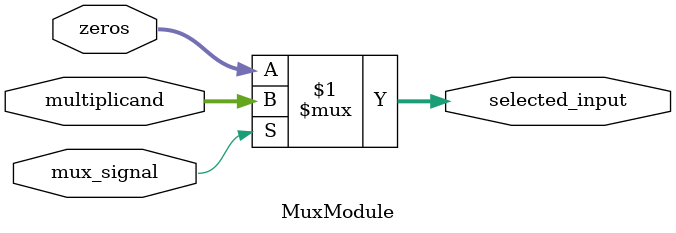
<source format=sv>
module MuxModule #(
  parameter WIDTH_M = 16
) (
  input logic [WIDTH_M-1:0]  multiplicand,
  input logic [WIDTH_M-1:0]  zeros,
  input logic                mux_signal,
  output logic [WIDTH_M-1:0] selected_input
);

assign selected_input = mux_signal ? multiplicand : zeros;

endmodule

</source>
